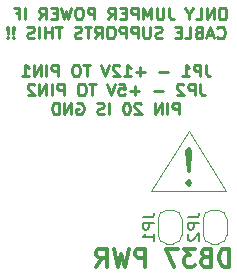
<source format=gbo>
%TF.GenerationSoftware,KiCad,Pcbnew,7.0.10*%
%TF.CreationDate,2025-04-22T11:17:34+12:00*%
%TF.ProjectId,isa_monster_fdc,6973615f-6d6f-46e7-9374-65725f666463,1.0*%
%TF.SameCoordinates,Original*%
%TF.FileFunction,Legend,Bot*%
%TF.FilePolarity,Positive*%
%FSLAX46Y46*%
G04 Gerber Fmt 4.6, Leading zero omitted, Abs format (unit mm)*
G04 Created by KiCad (PCBNEW 7.0.10) date 2025-04-22 11:17:34*
%MOMM*%
%LPD*%
G01*
G04 APERTURE LIST*
%ADD10C,0.120000*%
%ADD11C,0.300000*%
%ADD12C,0.304800*%
%ADD13C,0.250000*%
%ADD14C,0.150000*%
G04 APERTURE END LIST*
D10*
X206565500Y-60706000D02*
X203390500Y-65786000D01*
X209740500Y-65786000D02*
X206565500Y-60706000D01*
X203390500Y-65786000D02*
X209740500Y-65786000D01*
D11*
X206565499Y-64967542D02*
X206422642Y-65110400D01*
X206422642Y-65110400D02*
X206565499Y-65253257D01*
X206565499Y-65253257D02*
X206708356Y-65110400D01*
X206708356Y-65110400D02*
X206565499Y-64967542D01*
X206565499Y-64967542D02*
X206565499Y-65253257D01*
X206565499Y-64110400D02*
X206708356Y-62396114D01*
X206708356Y-62396114D02*
X206565499Y-62253257D01*
X206565499Y-62253257D02*
X206422642Y-62396114D01*
X206422642Y-62396114D02*
X206565499Y-64110400D01*
X206565499Y-64110400D02*
X206565499Y-62253257D01*
D12*
X210002616Y-72187641D02*
X210002616Y-70663641D01*
X210002616Y-70663641D02*
X209639759Y-70663641D01*
X209639759Y-70663641D02*
X209422045Y-70736212D01*
X209422045Y-70736212D02*
X209276902Y-70881355D01*
X209276902Y-70881355D02*
X209204331Y-71026498D01*
X209204331Y-71026498D02*
X209131759Y-71316784D01*
X209131759Y-71316784D02*
X209131759Y-71534498D01*
X209131759Y-71534498D02*
X209204331Y-71824784D01*
X209204331Y-71824784D02*
X209276902Y-71969927D01*
X209276902Y-71969927D02*
X209422045Y-72115070D01*
X209422045Y-72115070D02*
X209639759Y-72187641D01*
X209639759Y-72187641D02*
X210002616Y-72187641D01*
X207970616Y-71389355D02*
X207752902Y-71461927D01*
X207752902Y-71461927D02*
X207680331Y-71534498D01*
X207680331Y-71534498D02*
X207607759Y-71679641D01*
X207607759Y-71679641D02*
X207607759Y-71897355D01*
X207607759Y-71897355D02*
X207680331Y-72042498D01*
X207680331Y-72042498D02*
X207752902Y-72115070D01*
X207752902Y-72115070D02*
X207898045Y-72187641D01*
X207898045Y-72187641D02*
X208478616Y-72187641D01*
X208478616Y-72187641D02*
X208478616Y-70663641D01*
X208478616Y-70663641D02*
X207970616Y-70663641D01*
X207970616Y-70663641D02*
X207825474Y-70736212D01*
X207825474Y-70736212D02*
X207752902Y-70808784D01*
X207752902Y-70808784D02*
X207680331Y-70953927D01*
X207680331Y-70953927D02*
X207680331Y-71099070D01*
X207680331Y-71099070D02*
X207752902Y-71244212D01*
X207752902Y-71244212D02*
X207825474Y-71316784D01*
X207825474Y-71316784D02*
X207970616Y-71389355D01*
X207970616Y-71389355D02*
X208478616Y-71389355D01*
X207099759Y-70663641D02*
X206156331Y-70663641D01*
X206156331Y-70663641D02*
X206664331Y-71244212D01*
X206664331Y-71244212D02*
X206446616Y-71244212D01*
X206446616Y-71244212D02*
X206301474Y-71316784D01*
X206301474Y-71316784D02*
X206228902Y-71389355D01*
X206228902Y-71389355D02*
X206156331Y-71534498D01*
X206156331Y-71534498D02*
X206156331Y-71897355D01*
X206156331Y-71897355D02*
X206228902Y-72042498D01*
X206228902Y-72042498D02*
X206301474Y-72115070D01*
X206301474Y-72115070D02*
X206446616Y-72187641D01*
X206446616Y-72187641D02*
X206882045Y-72187641D01*
X206882045Y-72187641D02*
X207027188Y-72115070D01*
X207027188Y-72115070D02*
X207099759Y-72042498D01*
X205648330Y-70663641D02*
X204632330Y-70663641D01*
X204632330Y-70663641D02*
X205285473Y-72187641D01*
X202890615Y-72187641D02*
X202890615Y-70663641D01*
X202890615Y-70663641D02*
X202310044Y-70663641D01*
X202310044Y-70663641D02*
X202164901Y-70736212D01*
X202164901Y-70736212D02*
X202092330Y-70808784D01*
X202092330Y-70808784D02*
X202019758Y-70953927D01*
X202019758Y-70953927D02*
X202019758Y-71171641D01*
X202019758Y-71171641D02*
X202092330Y-71316784D01*
X202092330Y-71316784D02*
X202164901Y-71389355D01*
X202164901Y-71389355D02*
X202310044Y-71461927D01*
X202310044Y-71461927D02*
X202890615Y-71461927D01*
X201511758Y-70663641D02*
X201148901Y-72187641D01*
X201148901Y-72187641D02*
X200858615Y-71099070D01*
X200858615Y-71099070D02*
X200568330Y-72187641D01*
X200568330Y-72187641D02*
X200205473Y-70663641D01*
X198754044Y-72187641D02*
X199262044Y-71461927D01*
X199624901Y-72187641D02*
X199624901Y-70663641D01*
X199624901Y-70663641D02*
X199044330Y-70663641D01*
X199044330Y-70663641D02*
X198899187Y-70736212D01*
X198899187Y-70736212D02*
X198826616Y-70808784D01*
X198826616Y-70808784D02*
X198754044Y-70953927D01*
X198754044Y-70953927D02*
X198754044Y-71171641D01*
X198754044Y-71171641D02*
X198826616Y-71316784D01*
X198826616Y-71316784D02*
X198899187Y-71389355D01*
X198899187Y-71389355D02*
X199044330Y-71461927D01*
X199044330Y-71461927D02*
X199624901Y-71461927D01*
D13*
X209525047Y-50250619D02*
X209334571Y-50250619D01*
X209334571Y-50250619D02*
X209239333Y-50298238D01*
X209239333Y-50298238D02*
X209144095Y-50393476D01*
X209144095Y-50393476D02*
X209096476Y-50583952D01*
X209096476Y-50583952D02*
X209096476Y-50917285D01*
X209096476Y-50917285D02*
X209144095Y-51107761D01*
X209144095Y-51107761D02*
X209239333Y-51203000D01*
X209239333Y-51203000D02*
X209334571Y-51250619D01*
X209334571Y-51250619D02*
X209525047Y-51250619D01*
X209525047Y-51250619D02*
X209620285Y-51203000D01*
X209620285Y-51203000D02*
X209715523Y-51107761D01*
X209715523Y-51107761D02*
X209763142Y-50917285D01*
X209763142Y-50917285D02*
X209763142Y-50583952D01*
X209763142Y-50583952D02*
X209715523Y-50393476D01*
X209715523Y-50393476D02*
X209620285Y-50298238D01*
X209620285Y-50298238D02*
X209525047Y-50250619D01*
X208667904Y-51250619D02*
X208667904Y-50250619D01*
X208667904Y-50250619D02*
X208096476Y-51250619D01*
X208096476Y-51250619D02*
X208096476Y-50250619D01*
X207144095Y-51250619D02*
X207620285Y-51250619D01*
X207620285Y-51250619D02*
X207620285Y-50250619D01*
X206620285Y-50774428D02*
X206620285Y-51250619D01*
X206953618Y-50250619D02*
X206620285Y-50774428D01*
X206620285Y-50774428D02*
X206286952Y-50250619D01*
X204905999Y-50250619D02*
X204905999Y-50964904D01*
X204905999Y-50964904D02*
X204953618Y-51107761D01*
X204953618Y-51107761D02*
X205048856Y-51203000D01*
X205048856Y-51203000D02*
X205191713Y-51250619D01*
X205191713Y-51250619D02*
X205286951Y-51250619D01*
X204429808Y-50250619D02*
X204429808Y-51060142D01*
X204429808Y-51060142D02*
X204382189Y-51155380D01*
X204382189Y-51155380D02*
X204334570Y-51203000D01*
X204334570Y-51203000D02*
X204239332Y-51250619D01*
X204239332Y-51250619D02*
X204048856Y-51250619D01*
X204048856Y-51250619D02*
X203953618Y-51203000D01*
X203953618Y-51203000D02*
X203905999Y-51155380D01*
X203905999Y-51155380D02*
X203858380Y-51060142D01*
X203858380Y-51060142D02*
X203858380Y-50250619D01*
X203382189Y-51250619D02*
X203382189Y-50250619D01*
X203382189Y-50250619D02*
X203048856Y-50964904D01*
X203048856Y-50964904D02*
X202715523Y-50250619D01*
X202715523Y-50250619D02*
X202715523Y-51250619D01*
X202239332Y-51250619D02*
X202239332Y-50250619D01*
X202239332Y-50250619D02*
X201858380Y-50250619D01*
X201858380Y-50250619D02*
X201763142Y-50298238D01*
X201763142Y-50298238D02*
X201715523Y-50345857D01*
X201715523Y-50345857D02*
X201667904Y-50441095D01*
X201667904Y-50441095D02*
X201667904Y-50583952D01*
X201667904Y-50583952D02*
X201715523Y-50679190D01*
X201715523Y-50679190D02*
X201763142Y-50726809D01*
X201763142Y-50726809D02*
X201858380Y-50774428D01*
X201858380Y-50774428D02*
X202239332Y-50774428D01*
X201239332Y-50726809D02*
X200905999Y-50726809D01*
X200763142Y-51250619D02*
X201239332Y-51250619D01*
X201239332Y-51250619D02*
X201239332Y-50250619D01*
X201239332Y-50250619D02*
X200763142Y-50250619D01*
X199763142Y-51250619D02*
X200096475Y-50774428D01*
X200334570Y-51250619D02*
X200334570Y-50250619D01*
X200334570Y-50250619D02*
X199953618Y-50250619D01*
X199953618Y-50250619D02*
X199858380Y-50298238D01*
X199858380Y-50298238D02*
X199810761Y-50345857D01*
X199810761Y-50345857D02*
X199763142Y-50441095D01*
X199763142Y-50441095D02*
X199763142Y-50583952D01*
X199763142Y-50583952D02*
X199810761Y-50679190D01*
X199810761Y-50679190D02*
X199858380Y-50726809D01*
X199858380Y-50726809D02*
X199953618Y-50774428D01*
X199953618Y-50774428D02*
X200334570Y-50774428D01*
X198572665Y-51250619D02*
X198572665Y-50250619D01*
X198572665Y-50250619D02*
X198191713Y-50250619D01*
X198191713Y-50250619D02*
X198096475Y-50298238D01*
X198096475Y-50298238D02*
X198048856Y-50345857D01*
X198048856Y-50345857D02*
X198001237Y-50441095D01*
X198001237Y-50441095D02*
X198001237Y-50583952D01*
X198001237Y-50583952D02*
X198048856Y-50679190D01*
X198048856Y-50679190D02*
X198096475Y-50726809D01*
X198096475Y-50726809D02*
X198191713Y-50774428D01*
X198191713Y-50774428D02*
X198572665Y-50774428D01*
X197382189Y-50250619D02*
X197191713Y-50250619D01*
X197191713Y-50250619D02*
X197096475Y-50298238D01*
X197096475Y-50298238D02*
X197001237Y-50393476D01*
X197001237Y-50393476D02*
X196953618Y-50583952D01*
X196953618Y-50583952D02*
X196953618Y-50917285D01*
X196953618Y-50917285D02*
X197001237Y-51107761D01*
X197001237Y-51107761D02*
X197096475Y-51203000D01*
X197096475Y-51203000D02*
X197191713Y-51250619D01*
X197191713Y-51250619D02*
X197382189Y-51250619D01*
X197382189Y-51250619D02*
X197477427Y-51203000D01*
X197477427Y-51203000D02*
X197572665Y-51107761D01*
X197572665Y-51107761D02*
X197620284Y-50917285D01*
X197620284Y-50917285D02*
X197620284Y-50583952D01*
X197620284Y-50583952D02*
X197572665Y-50393476D01*
X197572665Y-50393476D02*
X197477427Y-50298238D01*
X197477427Y-50298238D02*
X197382189Y-50250619D01*
X196620284Y-50250619D02*
X196382189Y-51250619D01*
X196382189Y-51250619D02*
X196191713Y-50536333D01*
X196191713Y-50536333D02*
X196001237Y-51250619D01*
X196001237Y-51250619D02*
X195763142Y-50250619D01*
X195382189Y-50726809D02*
X195048856Y-50726809D01*
X194905999Y-51250619D02*
X195382189Y-51250619D01*
X195382189Y-51250619D02*
X195382189Y-50250619D01*
X195382189Y-50250619D02*
X194905999Y-50250619D01*
X193905999Y-51250619D02*
X194239332Y-50774428D01*
X194477427Y-51250619D02*
X194477427Y-50250619D01*
X194477427Y-50250619D02*
X194096475Y-50250619D01*
X194096475Y-50250619D02*
X194001237Y-50298238D01*
X194001237Y-50298238D02*
X193953618Y-50345857D01*
X193953618Y-50345857D02*
X193905999Y-50441095D01*
X193905999Y-50441095D02*
X193905999Y-50583952D01*
X193905999Y-50583952D02*
X193953618Y-50679190D01*
X193953618Y-50679190D02*
X194001237Y-50726809D01*
X194001237Y-50726809D02*
X194096475Y-50774428D01*
X194096475Y-50774428D02*
X194477427Y-50774428D01*
X192715522Y-51250619D02*
X192715522Y-50250619D01*
X191905999Y-50726809D02*
X192239332Y-50726809D01*
X192239332Y-51250619D02*
X192239332Y-50250619D01*
X192239332Y-50250619D02*
X191763142Y-50250619D01*
X209001238Y-52765380D02*
X209048857Y-52813000D01*
X209048857Y-52813000D02*
X209191714Y-52860619D01*
X209191714Y-52860619D02*
X209286952Y-52860619D01*
X209286952Y-52860619D02*
X209429809Y-52813000D01*
X209429809Y-52813000D02*
X209525047Y-52717761D01*
X209525047Y-52717761D02*
X209572666Y-52622523D01*
X209572666Y-52622523D02*
X209620285Y-52432047D01*
X209620285Y-52432047D02*
X209620285Y-52289190D01*
X209620285Y-52289190D02*
X209572666Y-52098714D01*
X209572666Y-52098714D02*
X209525047Y-52003476D01*
X209525047Y-52003476D02*
X209429809Y-51908238D01*
X209429809Y-51908238D02*
X209286952Y-51860619D01*
X209286952Y-51860619D02*
X209191714Y-51860619D01*
X209191714Y-51860619D02*
X209048857Y-51908238D01*
X209048857Y-51908238D02*
X209001238Y-51955857D01*
X208620285Y-52574904D02*
X208144095Y-52574904D01*
X208715523Y-52860619D02*
X208382190Y-51860619D01*
X208382190Y-51860619D02*
X208048857Y-52860619D01*
X207382190Y-52336809D02*
X207239333Y-52384428D01*
X207239333Y-52384428D02*
X207191714Y-52432047D01*
X207191714Y-52432047D02*
X207144095Y-52527285D01*
X207144095Y-52527285D02*
X207144095Y-52670142D01*
X207144095Y-52670142D02*
X207191714Y-52765380D01*
X207191714Y-52765380D02*
X207239333Y-52813000D01*
X207239333Y-52813000D02*
X207334571Y-52860619D01*
X207334571Y-52860619D02*
X207715523Y-52860619D01*
X207715523Y-52860619D02*
X207715523Y-51860619D01*
X207715523Y-51860619D02*
X207382190Y-51860619D01*
X207382190Y-51860619D02*
X207286952Y-51908238D01*
X207286952Y-51908238D02*
X207239333Y-51955857D01*
X207239333Y-51955857D02*
X207191714Y-52051095D01*
X207191714Y-52051095D02*
X207191714Y-52146333D01*
X207191714Y-52146333D02*
X207239333Y-52241571D01*
X207239333Y-52241571D02*
X207286952Y-52289190D01*
X207286952Y-52289190D02*
X207382190Y-52336809D01*
X207382190Y-52336809D02*
X207715523Y-52336809D01*
X206239333Y-52860619D02*
X206715523Y-52860619D01*
X206715523Y-52860619D02*
X206715523Y-51860619D01*
X205905999Y-52336809D02*
X205572666Y-52336809D01*
X205429809Y-52860619D02*
X205905999Y-52860619D01*
X205905999Y-52860619D02*
X205905999Y-51860619D01*
X205905999Y-51860619D02*
X205429809Y-51860619D01*
X204286951Y-52813000D02*
X204144094Y-52860619D01*
X204144094Y-52860619D02*
X203905999Y-52860619D01*
X203905999Y-52860619D02*
X203810761Y-52813000D01*
X203810761Y-52813000D02*
X203763142Y-52765380D01*
X203763142Y-52765380D02*
X203715523Y-52670142D01*
X203715523Y-52670142D02*
X203715523Y-52574904D01*
X203715523Y-52574904D02*
X203763142Y-52479666D01*
X203763142Y-52479666D02*
X203810761Y-52432047D01*
X203810761Y-52432047D02*
X203905999Y-52384428D01*
X203905999Y-52384428D02*
X204096475Y-52336809D01*
X204096475Y-52336809D02*
X204191713Y-52289190D01*
X204191713Y-52289190D02*
X204239332Y-52241571D01*
X204239332Y-52241571D02*
X204286951Y-52146333D01*
X204286951Y-52146333D02*
X204286951Y-52051095D01*
X204286951Y-52051095D02*
X204239332Y-51955857D01*
X204239332Y-51955857D02*
X204191713Y-51908238D01*
X204191713Y-51908238D02*
X204096475Y-51860619D01*
X204096475Y-51860619D02*
X203858380Y-51860619D01*
X203858380Y-51860619D02*
X203715523Y-51908238D01*
X203286951Y-51860619D02*
X203286951Y-52670142D01*
X203286951Y-52670142D02*
X203239332Y-52765380D01*
X203239332Y-52765380D02*
X203191713Y-52813000D01*
X203191713Y-52813000D02*
X203096475Y-52860619D01*
X203096475Y-52860619D02*
X202905999Y-52860619D01*
X202905999Y-52860619D02*
X202810761Y-52813000D01*
X202810761Y-52813000D02*
X202763142Y-52765380D01*
X202763142Y-52765380D02*
X202715523Y-52670142D01*
X202715523Y-52670142D02*
X202715523Y-51860619D01*
X202239332Y-52860619D02*
X202239332Y-51860619D01*
X202239332Y-51860619D02*
X201858380Y-51860619D01*
X201858380Y-51860619D02*
X201763142Y-51908238D01*
X201763142Y-51908238D02*
X201715523Y-51955857D01*
X201715523Y-51955857D02*
X201667904Y-52051095D01*
X201667904Y-52051095D02*
X201667904Y-52193952D01*
X201667904Y-52193952D02*
X201715523Y-52289190D01*
X201715523Y-52289190D02*
X201763142Y-52336809D01*
X201763142Y-52336809D02*
X201858380Y-52384428D01*
X201858380Y-52384428D02*
X202239332Y-52384428D01*
X201239332Y-52860619D02*
X201239332Y-51860619D01*
X201239332Y-51860619D02*
X200858380Y-51860619D01*
X200858380Y-51860619D02*
X200763142Y-51908238D01*
X200763142Y-51908238D02*
X200715523Y-51955857D01*
X200715523Y-51955857D02*
X200667904Y-52051095D01*
X200667904Y-52051095D02*
X200667904Y-52193952D01*
X200667904Y-52193952D02*
X200715523Y-52289190D01*
X200715523Y-52289190D02*
X200763142Y-52336809D01*
X200763142Y-52336809D02*
X200858380Y-52384428D01*
X200858380Y-52384428D02*
X201239332Y-52384428D01*
X200048856Y-51860619D02*
X199858380Y-51860619D01*
X199858380Y-51860619D02*
X199763142Y-51908238D01*
X199763142Y-51908238D02*
X199667904Y-52003476D01*
X199667904Y-52003476D02*
X199620285Y-52193952D01*
X199620285Y-52193952D02*
X199620285Y-52527285D01*
X199620285Y-52527285D02*
X199667904Y-52717761D01*
X199667904Y-52717761D02*
X199763142Y-52813000D01*
X199763142Y-52813000D02*
X199858380Y-52860619D01*
X199858380Y-52860619D02*
X200048856Y-52860619D01*
X200048856Y-52860619D02*
X200144094Y-52813000D01*
X200144094Y-52813000D02*
X200239332Y-52717761D01*
X200239332Y-52717761D02*
X200286951Y-52527285D01*
X200286951Y-52527285D02*
X200286951Y-52193952D01*
X200286951Y-52193952D02*
X200239332Y-52003476D01*
X200239332Y-52003476D02*
X200144094Y-51908238D01*
X200144094Y-51908238D02*
X200048856Y-51860619D01*
X198620285Y-52860619D02*
X198953618Y-52384428D01*
X199191713Y-52860619D02*
X199191713Y-51860619D01*
X199191713Y-51860619D02*
X198810761Y-51860619D01*
X198810761Y-51860619D02*
X198715523Y-51908238D01*
X198715523Y-51908238D02*
X198667904Y-51955857D01*
X198667904Y-51955857D02*
X198620285Y-52051095D01*
X198620285Y-52051095D02*
X198620285Y-52193952D01*
X198620285Y-52193952D02*
X198667904Y-52289190D01*
X198667904Y-52289190D02*
X198715523Y-52336809D01*
X198715523Y-52336809D02*
X198810761Y-52384428D01*
X198810761Y-52384428D02*
X199191713Y-52384428D01*
X198334570Y-51860619D02*
X197763142Y-51860619D01*
X198048856Y-52860619D02*
X198048856Y-51860619D01*
X197477427Y-52813000D02*
X197334570Y-52860619D01*
X197334570Y-52860619D02*
X197096475Y-52860619D01*
X197096475Y-52860619D02*
X197001237Y-52813000D01*
X197001237Y-52813000D02*
X196953618Y-52765380D01*
X196953618Y-52765380D02*
X196905999Y-52670142D01*
X196905999Y-52670142D02*
X196905999Y-52574904D01*
X196905999Y-52574904D02*
X196953618Y-52479666D01*
X196953618Y-52479666D02*
X197001237Y-52432047D01*
X197001237Y-52432047D02*
X197096475Y-52384428D01*
X197096475Y-52384428D02*
X197286951Y-52336809D01*
X197286951Y-52336809D02*
X197382189Y-52289190D01*
X197382189Y-52289190D02*
X197429808Y-52241571D01*
X197429808Y-52241571D02*
X197477427Y-52146333D01*
X197477427Y-52146333D02*
X197477427Y-52051095D01*
X197477427Y-52051095D02*
X197429808Y-51955857D01*
X197429808Y-51955857D02*
X197382189Y-51908238D01*
X197382189Y-51908238D02*
X197286951Y-51860619D01*
X197286951Y-51860619D02*
X197048856Y-51860619D01*
X197048856Y-51860619D02*
X196905999Y-51908238D01*
X195858379Y-51860619D02*
X195286951Y-51860619D01*
X195572665Y-52860619D02*
X195572665Y-51860619D01*
X194953617Y-52860619D02*
X194953617Y-51860619D01*
X194953617Y-52336809D02*
X194382189Y-52336809D01*
X194382189Y-52860619D02*
X194382189Y-51860619D01*
X193905998Y-52860619D02*
X193905998Y-51860619D01*
X193477427Y-52813000D02*
X193334570Y-52860619D01*
X193334570Y-52860619D02*
X193096475Y-52860619D01*
X193096475Y-52860619D02*
X193001237Y-52813000D01*
X193001237Y-52813000D02*
X192953618Y-52765380D01*
X192953618Y-52765380D02*
X192905999Y-52670142D01*
X192905999Y-52670142D02*
X192905999Y-52574904D01*
X192905999Y-52574904D02*
X192953618Y-52479666D01*
X192953618Y-52479666D02*
X193001237Y-52432047D01*
X193001237Y-52432047D02*
X193096475Y-52384428D01*
X193096475Y-52384428D02*
X193286951Y-52336809D01*
X193286951Y-52336809D02*
X193382189Y-52289190D01*
X193382189Y-52289190D02*
X193429808Y-52241571D01*
X193429808Y-52241571D02*
X193477427Y-52146333D01*
X193477427Y-52146333D02*
X193477427Y-52051095D01*
X193477427Y-52051095D02*
X193429808Y-51955857D01*
X193429808Y-51955857D02*
X193382189Y-51908238D01*
X193382189Y-51908238D02*
X193286951Y-51860619D01*
X193286951Y-51860619D02*
X193048856Y-51860619D01*
X193048856Y-51860619D02*
X192905999Y-51908238D01*
X191715522Y-52765380D02*
X191667903Y-52813000D01*
X191667903Y-52813000D02*
X191715522Y-52860619D01*
X191715522Y-52860619D02*
X191763141Y-52813000D01*
X191763141Y-52813000D02*
X191715522Y-52765380D01*
X191715522Y-52765380D02*
X191715522Y-52860619D01*
X191715522Y-52479666D02*
X191763141Y-51908238D01*
X191763141Y-51908238D02*
X191715522Y-51860619D01*
X191715522Y-51860619D02*
X191667903Y-51908238D01*
X191667903Y-51908238D02*
X191715522Y-52479666D01*
X191715522Y-52479666D02*
X191715522Y-51860619D01*
X191239332Y-52765380D02*
X191191713Y-52813000D01*
X191191713Y-52813000D02*
X191239332Y-52860619D01*
X191239332Y-52860619D02*
X191286951Y-52813000D01*
X191286951Y-52813000D02*
X191239332Y-52765380D01*
X191239332Y-52765380D02*
X191239332Y-52860619D01*
X191239332Y-52479666D02*
X191286951Y-51908238D01*
X191286951Y-51908238D02*
X191239332Y-51860619D01*
X191239332Y-51860619D02*
X191191713Y-51908238D01*
X191191713Y-51908238D02*
X191239332Y-52479666D01*
X191239332Y-52479666D02*
X191239332Y-51860619D01*
X208025047Y-55080619D02*
X208025047Y-55794904D01*
X208025047Y-55794904D02*
X208072666Y-55937761D01*
X208072666Y-55937761D02*
X208167904Y-56033000D01*
X208167904Y-56033000D02*
X208310761Y-56080619D01*
X208310761Y-56080619D02*
X208405999Y-56080619D01*
X207548856Y-56080619D02*
X207548856Y-55080619D01*
X207548856Y-55080619D02*
X207167904Y-55080619D01*
X207167904Y-55080619D02*
X207072666Y-55128238D01*
X207072666Y-55128238D02*
X207025047Y-55175857D01*
X207025047Y-55175857D02*
X206977428Y-55271095D01*
X206977428Y-55271095D02*
X206977428Y-55413952D01*
X206977428Y-55413952D02*
X207025047Y-55509190D01*
X207025047Y-55509190D02*
X207072666Y-55556809D01*
X207072666Y-55556809D02*
X207167904Y-55604428D01*
X207167904Y-55604428D02*
X207548856Y-55604428D01*
X206025047Y-56080619D02*
X206596475Y-56080619D01*
X206310761Y-56080619D02*
X206310761Y-55080619D01*
X206310761Y-55080619D02*
X206405999Y-55223476D01*
X206405999Y-55223476D02*
X206501237Y-55318714D01*
X206501237Y-55318714D02*
X206596475Y-55366333D01*
X204834570Y-55699666D02*
X204072666Y-55699666D01*
X202834570Y-55699666D02*
X202072666Y-55699666D01*
X202453618Y-56080619D02*
X202453618Y-55318714D01*
X201072666Y-56080619D02*
X201644094Y-56080619D01*
X201358380Y-56080619D02*
X201358380Y-55080619D01*
X201358380Y-55080619D02*
X201453618Y-55223476D01*
X201453618Y-55223476D02*
X201548856Y-55318714D01*
X201548856Y-55318714D02*
X201644094Y-55366333D01*
X200691713Y-55175857D02*
X200644094Y-55128238D01*
X200644094Y-55128238D02*
X200548856Y-55080619D01*
X200548856Y-55080619D02*
X200310761Y-55080619D01*
X200310761Y-55080619D02*
X200215523Y-55128238D01*
X200215523Y-55128238D02*
X200167904Y-55175857D01*
X200167904Y-55175857D02*
X200120285Y-55271095D01*
X200120285Y-55271095D02*
X200120285Y-55366333D01*
X200120285Y-55366333D02*
X200167904Y-55509190D01*
X200167904Y-55509190D02*
X200739332Y-56080619D01*
X200739332Y-56080619D02*
X200120285Y-56080619D01*
X199834570Y-55080619D02*
X199501237Y-56080619D01*
X199501237Y-56080619D02*
X199167904Y-55080619D01*
X198215522Y-55080619D02*
X197644094Y-55080619D01*
X197929808Y-56080619D02*
X197929808Y-55080619D01*
X197120284Y-55080619D02*
X196929808Y-55080619D01*
X196929808Y-55080619D02*
X196834570Y-55128238D01*
X196834570Y-55128238D02*
X196739332Y-55223476D01*
X196739332Y-55223476D02*
X196691713Y-55413952D01*
X196691713Y-55413952D02*
X196691713Y-55747285D01*
X196691713Y-55747285D02*
X196739332Y-55937761D01*
X196739332Y-55937761D02*
X196834570Y-56033000D01*
X196834570Y-56033000D02*
X196929808Y-56080619D01*
X196929808Y-56080619D02*
X197120284Y-56080619D01*
X197120284Y-56080619D02*
X197215522Y-56033000D01*
X197215522Y-56033000D02*
X197310760Y-55937761D01*
X197310760Y-55937761D02*
X197358379Y-55747285D01*
X197358379Y-55747285D02*
X197358379Y-55413952D01*
X197358379Y-55413952D02*
X197310760Y-55223476D01*
X197310760Y-55223476D02*
X197215522Y-55128238D01*
X197215522Y-55128238D02*
X197120284Y-55080619D01*
X195501236Y-56080619D02*
X195501236Y-55080619D01*
X195501236Y-55080619D02*
X195120284Y-55080619D01*
X195120284Y-55080619D02*
X195025046Y-55128238D01*
X195025046Y-55128238D02*
X194977427Y-55175857D01*
X194977427Y-55175857D02*
X194929808Y-55271095D01*
X194929808Y-55271095D02*
X194929808Y-55413952D01*
X194929808Y-55413952D02*
X194977427Y-55509190D01*
X194977427Y-55509190D02*
X195025046Y-55556809D01*
X195025046Y-55556809D02*
X195120284Y-55604428D01*
X195120284Y-55604428D02*
X195501236Y-55604428D01*
X194501236Y-56080619D02*
X194501236Y-55080619D01*
X194025046Y-56080619D02*
X194025046Y-55080619D01*
X194025046Y-55080619D02*
X193453618Y-56080619D01*
X193453618Y-56080619D02*
X193453618Y-55080619D01*
X192453618Y-56080619D02*
X193025046Y-56080619D01*
X192739332Y-56080619D02*
X192739332Y-55080619D01*
X192739332Y-55080619D02*
X192834570Y-55223476D01*
X192834570Y-55223476D02*
X192929808Y-55318714D01*
X192929808Y-55318714D02*
X193025046Y-55366333D01*
X207548857Y-56690619D02*
X207548857Y-57404904D01*
X207548857Y-57404904D02*
X207596476Y-57547761D01*
X207596476Y-57547761D02*
X207691714Y-57643000D01*
X207691714Y-57643000D02*
X207834571Y-57690619D01*
X207834571Y-57690619D02*
X207929809Y-57690619D01*
X207072666Y-57690619D02*
X207072666Y-56690619D01*
X207072666Y-56690619D02*
X206691714Y-56690619D01*
X206691714Y-56690619D02*
X206596476Y-56738238D01*
X206596476Y-56738238D02*
X206548857Y-56785857D01*
X206548857Y-56785857D02*
X206501238Y-56881095D01*
X206501238Y-56881095D02*
X206501238Y-57023952D01*
X206501238Y-57023952D02*
X206548857Y-57119190D01*
X206548857Y-57119190D02*
X206596476Y-57166809D01*
X206596476Y-57166809D02*
X206691714Y-57214428D01*
X206691714Y-57214428D02*
X207072666Y-57214428D01*
X206120285Y-56785857D02*
X206072666Y-56738238D01*
X206072666Y-56738238D02*
X205977428Y-56690619D01*
X205977428Y-56690619D02*
X205739333Y-56690619D01*
X205739333Y-56690619D02*
X205644095Y-56738238D01*
X205644095Y-56738238D02*
X205596476Y-56785857D01*
X205596476Y-56785857D02*
X205548857Y-56881095D01*
X205548857Y-56881095D02*
X205548857Y-56976333D01*
X205548857Y-56976333D02*
X205596476Y-57119190D01*
X205596476Y-57119190D02*
X206167904Y-57690619D01*
X206167904Y-57690619D02*
X205548857Y-57690619D01*
X204358380Y-57309666D02*
X203596476Y-57309666D01*
X202358380Y-57309666D02*
X201596476Y-57309666D01*
X201977428Y-57690619D02*
X201977428Y-56928714D01*
X200644095Y-56690619D02*
X201120285Y-56690619D01*
X201120285Y-56690619D02*
X201167904Y-57166809D01*
X201167904Y-57166809D02*
X201120285Y-57119190D01*
X201120285Y-57119190D02*
X201025047Y-57071571D01*
X201025047Y-57071571D02*
X200786952Y-57071571D01*
X200786952Y-57071571D02*
X200691714Y-57119190D01*
X200691714Y-57119190D02*
X200644095Y-57166809D01*
X200644095Y-57166809D02*
X200596476Y-57262047D01*
X200596476Y-57262047D02*
X200596476Y-57500142D01*
X200596476Y-57500142D02*
X200644095Y-57595380D01*
X200644095Y-57595380D02*
X200691714Y-57643000D01*
X200691714Y-57643000D02*
X200786952Y-57690619D01*
X200786952Y-57690619D02*
X201025047Y-57690619D01*
X201025047Y-57690619D02*
X201120285Y-57643000D01*
X201120285Y-57643000D02*
X201167904Y-57595380D01*
X200310761Y-56690619D02*
X199977428Y-57690619D01*
X199977428Y-57690619D02*
X199644095Y-56690619D01*
X198691713Y-56690619D02*
X198120285Y-56690619D01*
X198405999Y-57690619D02*
X198405999Y-56690619D01*
X197596475Y-56690619D02*
X197405999Y-56690619D01*
X197405999Y-56690619D02*
X197310761Y-56738238D01*
X197310761Y-56738238D02*
X197215523Y-56833476D01*
X197215523Y-56833476D02*
X197167904Y-57023952D01*
X197167904Y-57023952D02*
X197167904Y-57357285D01*
X197167904Y-57357285D02*
X197215523Y-57547761D01*
X197215523Y-57547761D02*
X197310761Y-57643000D01*
X197310761Y-57643000D02*
X197405999Y-57690619D01*
X197405999Y-57690619D02*
X197596475Y-57690619D01*
X197596475Y-57690619D02*
X197691713Y-57643000D01*
X197691713Y-57643000D02*
X197786951Y-57547761D01*
X197786951Y-57547761D02*
X197834570Y-57357285D01*
X197834570Y-57357285D02*
X197834570Y-57023952D01*
X197834570Y-57023952D02*
X197786951Y-56833476D01*
X197786951Y-56833476D02*
X197691713Y-56738238D01*
X197691713Y-56738238D02*
X197596475Y-56690619D01*
X195977427Y-57690619D02*
X195977427Y-56690619D01*
X195977427Y-56690619D02*
X195596475Y-56690619D01*
X195596475Y-56690619D02*
X195501237Y-56738238D01*
X195501237Y-56738238D02*
X195453618Y-56785857D01*
X195453618Y-56785857D02*
X195405999Y-56881095D01*
X195405999Y-56881095D02*
X195405999Y-57023952D01*
X195405999Y-57023952D02*
X195453618Y-57119190D01*
X195453618Y-57119190D02*
X195501237Y-57166809D01*
X195501237Y-57166809D02*
X195596475Y-57214428D01*
X195596475Y-57214428D02*
X195977427Y-57214428D01*
X194977427Y-57690619D02*
X194977427Y-56690619D01*
X194501237Y-57690619D02*
X194501237Y-56690619D01*
X194501237Y-56690619D02*
X193929809Y-57690619D01*
X193929809Y-57690619D02*
X193929809Y-56690619D01*
X193501237Y-56785857D02*
X193453618Y-56738238D01*
X193453618Y-56738238D02*
X193358380Y-56690619D01*
X193358380Y-56690619D02*
X193120285Y-56690619D01*
X193120285Y-56690619D02*
X193025047Y-56738238D01*
X193025047Y-56738238D02*
X192977428Y-56785857D01*
X192977428Y-56785857D02*
X192929809Y-56881095D01*
X192929809Y-56881095D02*
X192929809Y-56976333D01*
X192929809Y-56976333D02*
X192977428Y-57119190D01*
X192977428Y-57119190D02*
X193548856Y-57690619D01*
X193548856Y-57690619D02*
X192929809Y-57690619D01*
X205763142Y-59300619D02*
X205763142Y-58300619D01*
X205763142Y-58300619D02*
X205382190Y-58300619D01*
X205382190Y-58300619D02*
X205286952Y-58348238D01*
X205286952Y-58348238D02*
X205239333Y-58395857D01*
X205239333Y-58395857D02*
X205191714Y-58491095D01*
X205191714Y-58491095D02*
X205191714Y-58633952D01*
X205191714Y-58633952D02*
X205239333Y-58729190D01*
X205239333Y-58729190D02*
X205286952Y-58776809D01*
X205286952Y-58776809D02*
X205382190Y-58824428D01*
X205382190Y-58824428D02*
X205763142Y-58824428D01*
X204763142Y-59300619D02*
X204763142Y-58300619D01*
X204286952Y-59300619D02*
X204286952Y-58300619D01*
X204286952Y-58300619D02*
X203715524Y-59300619D01*
X203715524Y-59300619D02*
X203715524Y-58300619D01*
X202525047Y-58395857D02*
X202477428Y-58348238D01*
X202477428Y-58348238D02*
X202382190Y-58300619D01*
X202382190Y-58300619D02*
X202144095Y-58300619D01*
X202144095Y-58300619D02*
X202048857Y-58348238D01*
X202048857Y-58348238D02*
X202001238Y-58395857D01*
X202001238Y-58395857D02*
X201953619Y-58491095D01*
X201953619Y-58491095D02*
X201953619Y-58586333D01*
X201953619Y-58586333D02*
X202001238Y-58729190D01*
X202001238Y-58729190D02*
X202572666Y-59300619D01*
X202572666Y-59300619D02*
X201953619Y-59300619D01*
X201334571Y-58300619D02*
X201239333Y-58300619D01*
X201239333Y-58300619D02*
X201144095Y-58348238D01*
X201144095Y-58348238D02*
X201096476Y-58395857D01*
X201096476Y-58395857D02*
X201048857Y-58491095D01*
X201048857Y-58491095D02*
X201001238Y-58681571D01*
X201001238Y-58681571D02*
X201001238Y-58919666D01*
X201001238Y-58919666D02*
X201048857Y-59110142D01*
X201048857Y-59110142D02*
X201096476Y-59205380D01*
X201096476Y-59205380D02*
X201144095Y-59253000D01*
X201144095Y-59253000D02*
X201239333Y-59300619D01*
X201239333Y-59300619D02*
X201334571Y-59300619D01*
X201334571Y-59300619D02*
X201429809Y-59253000D01*
X201429809Y-59253000D02*
X201477428Y-59205380D01*
X201477428Y-59205380D02*
X201525047Y-59110142D01*
X201525047Y-59110142D02*
X201572666Y-58919666D01*
X201572666Y-58919666D02*
X201572666Y-58681571D01*
X201572666Y-58681571D02*
X201525047Y-58491095D01*
X201525047Y-58491095D02*
X201477428Y-58395857D01*
X201477428Y-58395857D02*
X201429809Y-58348238D01*
X201429809Y-58348238D02*
X201334571Y-58300619D01*
X199810761Y-59300619D02*
X199810761Y-58300619D01*
X199382190Y-59253000D02*
X199239333Y-59300619D01*
X199239333Y-59300619D02*
X199001238Y-59300619D01*
X199001238Y-59300619D02*
X198906000Y-59253000D01*
X198906000Y-59253000D02*
X198858381Y-59205380D01*
X198858381Y-59205380D02*
X198810762Y-59110142D01*
X198810762Y-59110142D02*
X198810762Y-59014904D01*
X198810762Y-59014904D02*
X198858381Y-58919666D01*
X198858381Y-58919666D02*
X198906000Y-58872047D01*
X198906000Y-58872047D02*
X199001238Y-58824428D01*
X199001238Y-58824428D02*
X199191714Y-58776809D01*
X199191714Y-58776809D02*
X199286952Y-58729190D01*
X199286952Y-58729190D02*
X199334571Y-58681571D01*
X199334571Y-58681571D02*
X199382190Y-58586333D01*
X199382190Y-58586333D02*
X199382190Y-58491095D01*
X199382190Y-58491095D02*
X199334571Y-58395857D01*
X199334571Y-58395857D02*
X199286952Y-58348238D01*
X199286952Y-58348238D02*
X199191714Y-58300619D01*
X199191714Y-58300619D02*
X198953619Y-58300619D01*
X198953619Y-58300619D02*
X198810762Y-58348238D01*
X197096476Y-58348238D02*
X197191714Y-58300619D01*
X197191714Y-58300619D02*
X197334571Y-58300619D01*
X197334571Y-58300619D02*
X197477428Y-58348238D01*
X197477428Y-58348238D02*
X197572666Y-58443476D01*
X197572666Y-58443476D02*
X197620285Y-58538714D01*
X197620285Y-58538714D02*
X197667904Y-58729190D01*
X197667904Y-58729190D02*
X197667904Y-58872047D01*
X197667904Y-58872047D02*
X197620285Y-59062523D01*
X197620285Y-59062523D02*
X197572666Y-59157761D01*
X197572666Y-59157761D02*
X197477428Y-59253000D01*
X197477428Y-59253000D02*
X197334571Y-59300619D01*
X197334571Y-59300619D02*
X197239333Y-59300619D01*
X197239333Y-59300619D02*
X197096476Y-59253000D01*
X197096476Y-59253000D02*
X197048857Y-59205380D01*
X197048857Y-59205380D02*
X197048857Y-58872047D01*
X197048857Y-58872047D02*
X197239333Y-58872047D01*
X196620285Y-59300619D02*
X196620285Y-58300619D01*
X196620285Y-58300619D02*
X196048857Y-59300619D01*
X196048857Y-59300619D02*
X196048857Y-58300619D01*
X195572666Y-59300619D02*
X195572666Y-58300619D01*
X195572666Y-58300619D02*
X195334571Y-58300619D01*
X195334571Y-58300619D02*
X195191714Y-58348238D01*
X195191714Y-58348238D02*
X195096476Y-58443476D01*
X195096476Y-58443476D02*
X195048857Y-58538714D01*
X195048857Y-58538714D02*
X195001238Y-58729190D01*
X195001238Y-58729190D02*
X195001238Y-58872047D01*
X195001238Y-58872047D02*
X195048857Y-59062523D01*
X195048857Y-59062523D02*
X195096476Y-59157761D01*
X195096476Y-59157761D02*
X195191714Y-59253000D01*
X195191714Y-59253000D02*
X195334571Y-59300619D01*
X195334571Y-59300619D02*
X195572666Y-59300619D01*
D14*
X202654819Y-68000666D02*
X203369104Y-68000666D01*
X203369104Y-68000666D02*
X203511961Y-67953047D01*
X203511961Y-67953047D02*
X203607200Y-67857809D01*
X203607200Y-67857809D02*
X203654819Y-67714952D01*
X203654819Y-67714952D02*
X203654819Y-67619714D01*
X203654819Y-68476857D02*
X202654819Y-68476857D01*
X202654819Y-68476857D02*
X202654819Y-68857809D01*
X202654819Y-68857809D02*
X202702438Y-68953047D01*
X202702438Y-68953047D02*
X202750057Y-69000666D01*
X202750057Y-69000666D02*
X202845295Y-69048285D01*
X202845295Y-69048285D02*
X202988152Y-69048285D01*
X202988152Y-69048285D02*
X203083390Y-69000666D01*
X203083390Y-69000666D02*
X203131009Y-68953047D01*
X203131009Y-68953047D02*
X203178628Y-68857809D01*
X203178628Y-68857809D02*
X203178628Y-68476857D01*
X203654819Y-70000666D02*
X203654819Y-69429238D01*
X203654819Y-69714952D02*
X202654819Y-69714952D01*
X202654819Y-69714952D02*
X202797676Y-69619714D01*
X202797676Y-69619714D02*
X202892914Y-69524476D01*
X202892914Y-69524476D02*
X202940533Y-69429238D01*
X206464819Y-68000666D02*
X207179104Y-68000666D01*
X207179104Y-68000666D02*
X207321961Y-67953047D01*
X207321961Y-67953047D02*
X207417200Y-67857809D01*
X207417200Y-67857809D02*
X207464819Y-67714952D01*
X207464819Y-67714952D02*
X207464819Y-67619714D01*
X207464819Y-68476857D02*
X206464819Y-68476857D01*
X206464819Y-68476857D02*
X206464819Y-68857809D01*
X206464819Y-68857809D02*
X206512438Y-68953047D01*
X206512438Y-68953047D02*
X206560057Y-69000666D01*
X206560057Y-69000666D02*
X206655295Y-69048285D01*
X206655295Y-69048285D02*
X206798152Y-69048285D01*
X206798152Y-69048285D02*
X206893390Y-69000666D01*
X206893390Y-69000666D02*
X206941009Y-68953047D01*
X206941009Y-68953047D02*
X206988628Y-68857809D01*
X206988628Y-68857809D02*
X206988628Y-68476857D01*
X206560057Y-69429238D02*
X206512438Y-69476857D01*
X206512438Y-69476857D02*
X206464819Y-69572095D01*
X206464819Y-69572095D02*
X206464819Y-69810190D01*
X206464819Y-69810190D02*
X206512438Y-69905428D01*
X206512438Y-69905428D02*
X206560057Y-69953047D01*
X206560057Y-69953047D02*
X206655295Y-70000666D01*
X206655295Y-70000666D02*
X206750533Y-70000666D01*
X206750533Y-70000666D02*
X206893390Y-69953047D01*
X206893390Y-69953047D02*
X207464819Y-69381619D01*
X207464819Y-69381619D02*
X207464819Y-70000666D01*
D10*
%TO.C,JP1*%
X204678000Y-70234000D02*
X205278000Y-70234000D01*
X205978000Y-69534000D02*
X205978000Y-68134000D01*
X203978000Y-68134000D02*
X203978000Y-69534000D01*
X205278000Y-67434000D02*
X204678000Y-67434000D01*
X203978000Y-69534000D02*
G75*
G03*
X204678000Y-70234000I699999J-1D01*
G01*
X205278000Y-70234000D02*
G75*
G03*
X205978000Y-69534000I1J699999D01*
G01*
X204678000Y-67434000D02*
G75*
G03*
X203978000Y-68134000I0J-700000D01*
G01*
X205978000Y-68134000D02*
G75*
G03*
X205278000Y-67434000I-700000J0D01*
G01*
%TO.C,JP2*%
X208488000Y-70234000D02*
X209088000Y-70234000D01*
X209788000Y-69534000D02*
X209788000Y-68134000D01*
X207788000Y-68134000D02*
X207788000Y-69534000D01*
X209088000Y-67434000D02*
X208488000Y-67434000D01*
X207788000Y-69534000D02*
G75*
G03*
X208488000Y-70234000I699999J-1D01*
G01*
X209088000Y-70234000D02*
G75*
G03*
X209788000Y-69534000I1J699999D01*
G01*
X208488000Y-67434000D02*
G75*
G03*
X207788000Y-68134000I0J-700000D01*
G01*
X209788000Y-68134000D02*
G75*
G03*
X209088000Y-67434000I-700000J0D01*
G01*
%TD*%
M02*

</source>
